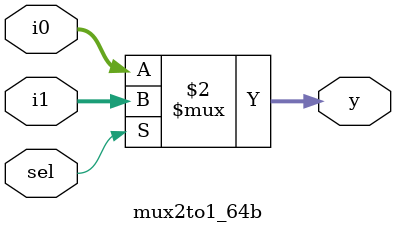
<source format=v>
module mux2to1_64b (i0, i1, sel, y);
  input [63:0] i0, i1;
  input sel;
  output [63:0] y;
  
  assign y = (sel==1'b1) ? i1 : i0;
  
endmodule



</source>
